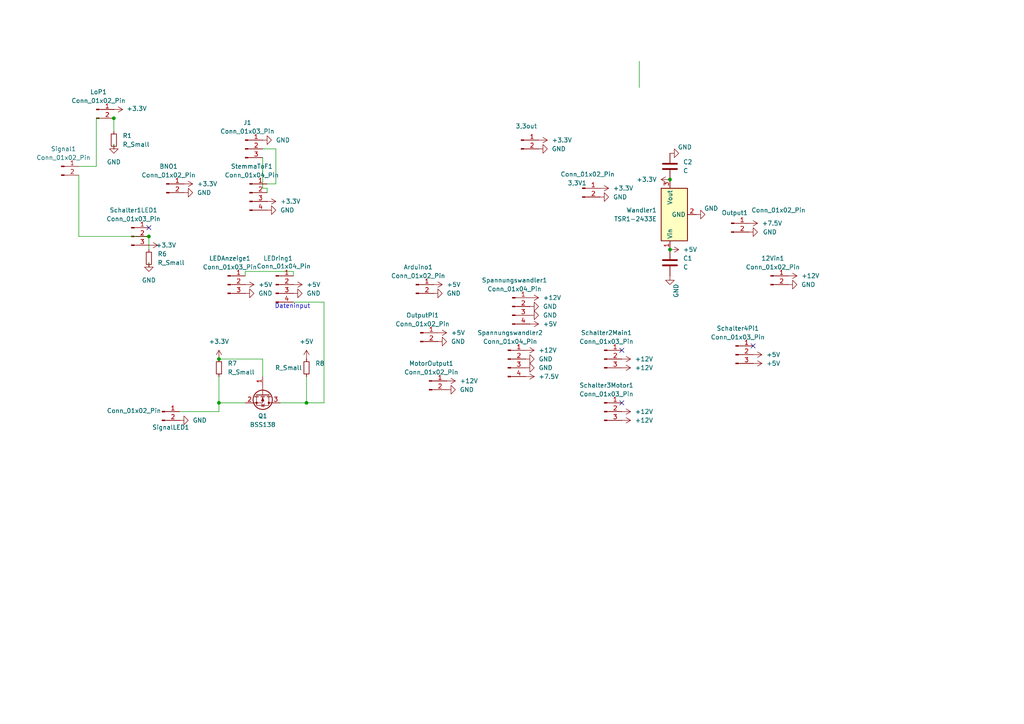
<source format=kicad_sch>
(kicad_sch (version 20231120) (generator "eeschema") (generator_version "8.0")
  (paper "A4")
  (lib_symbols
    (symbol "Connector:Conn_01x02_Pin" (pin_names (offset 1.016) hide)
      (property "Reference" "J" (at 0 2.54 0))
      (property "Value" "Conn_01x02_Pin" (at 0 -5.08 0))
      (symbol "Conn_01x02_Pin_1_1"
        (polyline (pts (xy 1.27 -2.54) (xy 0.8636 -2.54)) (stroke (width 0.1524)))
        (polyline (pts (xy 1.27 0) (xy 0.8636 0)) (stroke (width 0.1524)))
        (rectangle (start 0.8636 -2.413) (end 0 -2.667) (stroke (width 0.1524)) (fill (type outline)))
        (rectangle (start 0.8636 0.127) (end 0 -0.127) (stroke (width 0.1524)) (fill (type outline)))
        (pin passive line (at 5.08 0 180) (length 3.81) (name "Pin_1") (number "1"))
        (pin passive line (at 5.08 -2.54 180) (length 3.81) (name "Pin_2") (number "2"))
      )
    )
    (symbol "Connector:Conn_01x03_Pin" (pin_names (offset 1.016) hide)
      (property "Reference" "J" (at 0 5.08 0))
      (property "Value" "Conn_01x03_Pin" (at 0 -5.08 0))
      (symbol "Conn_01x03_Pin_1_1"
        (polyline (pts (xy 1.27 -2.54) (xy 0.8636 -2.54)) (stroke (width 0.1524)))
        (polyline (pts (xy 1.27 0) (xy 0.8636 0)) (stroke (width 0.1524)))
        (polyline (pts (xy 1.27 2.54) (xy 0.8636 2.54)) (stroke (width 0.1524)))
        (rectangle (start 0.8636 -2.413) (end 0 -2.667) (stroke (width 0.1524)) (fill (type outline)))
        (rectangle (start 0.8636 0.127) (end 0 -0.127) (stroke (width 0.1524)) (fill (type outline)))
        (rectangle (start 0.8636 2.667) (end 0 2.413) (stroke (width 0.1524)) (fill (type outline)))
        (pin passive line (at 5.08 2.54 180) (length 3.81) (name "Pin_1") (number "1"))
        (pin passive line (at 5.08 0 180) (length 3.81) (name "Pin_2") (number "2"))
        (pin passive line (at 5.08 -2.54 180) (length 3.81) (name "Pin_3") (number "3"))
      )
    )
    (symbol "Connector:Conn_01x04_Pin" (pin_names (offset 1.016) hide)
      (property "Reference" "J" (at 0 5.08 0))
      (property "Value" "Conn_01x04_Pin" (at 0 -7.62 0))
      (symbol "Conn_01x04_Pin_1_1"
        (polyline (pts (xy 1.27 -5.08) (xy 0.8636 -5.08)) (stroke (width 0.1524)))
        (polyline (pts (xy 1.27 -2.54) (xy 0.8636 -2.54)) (stroke (width 0.1524)))
        (polyline (pts (xy 1.27 0) (xy 0.8636 0)) (stroke (width 0.1524)))
        (polyline (pts (xy 1.27 2.54) (xy 0.8636 2.54)) (stroke (width 0.1524)))
        (rectangle (start 0.8636 -4.953) (end 0 -5.207) (stroke (width 0.1524)) (fill (type outline)))
        (rectangle (start 0.8636 -2.413) (end 0 -2.667) (stroke (width 0.1524)) (fill (type outline)))
        (rectangle (start 0.8636 0.127) (end 0 -0.127) (stroke (width 0.1524)) (fill (type outline)))
        (rectangle (start 0.8636 2.667) (end 0 2.413) (stroke (width 0.1524)) (fill (type outline)))
        (pin passive line (at 5.08 2.54 180) (length 3.81) (name "Pin_1") (number "1"))
        (pin passive line (at 5.08 0 180) (length 3.81) (name "Pin_2") (number "2"))
        (pin passive line (at 5.08 -2.54 180) (length 3.81) (name "Pin_3") (number "3"))
        (pin passive line (at 5.08 -5.08 180) (length 3.81) (name "Pin_4") (number "4"))
      )
    )
    (symbol "Device:C" (pin_numbers hide) (pin_names (offset 0.254))
      (property "Reference" "C" (at 0.635 2.54 0))
      (property "Value" "C" (at 0.635 -2.54 0))
      (symbol "C_0_1"
        (polyline (pts (xy -2.032 -0.762) (xy 2.032 -0.762)) (stroke (width 0.508)))
        (polyline (pts (xy -2.032 0.762) (xy 2.032 0.762)) (stroke (width 0.508)))
      )
      (symbol "C_1_1"
        (pin passive line (at 0 3.81 270) (length 2.794) (name "~") (number "1"))
        (pin passive line (at 0 -3.81 90) (length 2.794) (name "~") (number "2"))
      )
    )
    (symbol "Device:R_Small" (pin_numbers hide) (pin_names (offset 0.254) hide)
      (property "Reference" "R" (at 0.762 0.508 0))
      (property "Value" "R_Small" (at 0.762 -1.016 0))
      (symbol "R_Small_0_1"
        (rectangle (start -0.762 1.778) (end 0.762 -1.778) (stroke (width 0.2032)))
      )
      (symbol "R_Small_1_1"
        (pin passive line (at 0 2.54 270) (length 0.762) (name "~") (number "1"))
        (pin passive line (at 0 -2.54 90) (length 0.762) (name "~") (number "2"))
      )
    )
    (symbol "Regulator_Switching:TSR1-2433E"
      (property "Reference" "U" (at -7.62 6.35 0))
      (property "Value" "TSR1-2433E" (at -3.81 6.35 0))
      (symbol "TSR1-2433E_0_1"
        (rectangle (start -7.62 5.08) (end 7.62 -2.54) (stroke (width 0.254)) (fill (type background)))
      )
      (symbol "TSR1-2433E_1_1"
        (pin power_in line (at -10.16 2.54 0) (length 2.54) (name "Vin") (number "1"))
        (pin power_in line (at 0 -5.08 90) (length 2.54) (name "GND") (number "2"))
        (pin power_out line (at 10.16 2.54 180) (length 2.54) (name "Vout") (number "3"))
      )
    )
    (symbol "Transistor_FET:BSS138" (pin_names hide)
      (property "Reference" "Q" (at 5.08 1.905 0))
      (property "Value" "BSS138" (at 5.08 0 0))
      (symbol "BSS138_0_1"
        (polyline (pts (xy 0.254 0) (xy -2.54 0)))
        (polyline (pts (xy 0.254 1.905) (xy 0.254 -1.905)) (stroke (width 0.254)))
        (polyline (pts (xy 0.762 -1.27) (xy 0.762 -2.286)) (stroke (width 0.254)))
        (polyline (pts (xy 0.762 0.508) (xy 0.762 -0.508)) (stroke (width 0.254)))
        (polyline (pts (xy 0.762 2.286) (xy 0.762 1.27)) (stroke (width 0.254)))
        (polyline (pts (xy 2.54 2.54) (xy 2.54 1.778)))
        (polyline (pts (xy 2.54 -2.54) (xy 2.54 0) (xy 0.762 0)))
        (polyline (pts (xy 0.762 -1.778) (xy 3.302 -1.778) (xy 3.302 1.778) (xy 0.762 1.778)))
        (polyline (pts (xy 1.016 0) (xy 2.032 0.381) (xy 2.032 -0.381) (xy 1.016 0)) (fill (type outline)))
        (polyline (pts (xy 2.794 0.508) (xy 2.921 0.381) (xy 3.683 0.381) (xy 3.81 0.254)))
        (polyline (pts (xy 3.302 0.381) (xy 2.921 -0.254) (xy 3.683 -0.254) (xy 3.302 0.381)))
        (circle (center 1.651 0) (radius 2.794) (stroke (width 0.254)))
        (circle (center 2.54 -1.778) (radius 0.254) (fill (type outline)))
        (circle (center 2.54 1.778) (radius 0.254) (fill (type outline)))
      )
      (symbol "BSS138_1_1"
        (pin input line (at -5.08 0 0) (length 2.54) (name "G") (number "1"))
        (pin passive line (at 2.54 -5.08 90) (length 2.54) (name "S") (number "2"))
        (pin passive line (at 2.54 5.08 270) (length 2.54) (name "D") (number "3"))
      )
    )
    (symbol "power:+12V" (power) (pin_numbers hide) (pin_names (offset 0) hide)
      (property "Value" "+12V" (at 0 3.556 0))
      (symbol "+12V_0_1"
        (polyline (pts (xy -0.762 1.27) (xy 0 2.54)))
        (polyline (pts (xy 0 0) (xy 0 2.54)))
        (polyline (pts (xy 0 2.54) (xy 0.762 1.27)))
      )
      (symbol "+12V_1_1"
        (pin power_in line (at 0 0 90) (length 0) (name "~") (number "1"))
      )
    )
    (symbol "power:+3.3V" (power) (pin_numbers hide) (pin_names (offset 0) hide)
      (property "Value" "+3.3V" (at 0 3.556 0))
      (symbol "+3.3V_0_1"
        (polyline (pts (xy -0.762 1.27) (xy 0 2.54)))
        (polyline (pts (xy 0 0) (xy 0 2.54)))
        (polyline (pts (xy 0 2.54) (xy 0.762 1.27)))
      )
      (symbol "+3.3V_1_1"
        (pin power_in line (at 0 0 90) (length 0) (name "~") (number "1"))
      )
    )
    (symbol "power:+5V" (power) (pin_numbers hide) (pin_names (offset 0) hide)
      (property "Value" "+5V" (at 0 3.556 0))
      (symbol "+5V_0_1"
        (polyline (pts (xy -0.762 1.27) (xy 0 2.54)))
        (polyline (pts (xy 0 0) (xy 0 2.54)))
        (polyline (pts (xy 0 2.54) (xy 0.762 1.27)))
      )
      (symbol "+5V_1_1"
        (pin power_in line (at 0 0 90) (length 0) (name "~") (number "1"))
      )
    )
    (symbol "power:+7.5V" (power) (pin_numbers hide) (pin_names (offset 0) hide)
      (property "Value" "+7.5V" (at 0 3.556 0))
      (symbol "+7.5V_0_1"
        (polyline (pts (xy -0.762 1.27) (xy 0 2.54)))
        (polyline (pts (xy 0 0) (xy 0 2.54)))
        (polyline (pts (xy 0 2.54) (xy 0.762 1.27)))
      )
      (symbol "+7.5V_1_1"
        (pin power_in line (at 0 0 90) (length 0) (name "~") (number "1"))
      )
    )
    (symbol "power:GND" (power) (pin_numbers hide) (pin_names (offset 0) hide)
      (property "Value" "GND" (at 0 -3.81 0))
      (symbol "GND_0_1"
        (polyline (pts (xy 0 0) (xy 0 -1.27) (xy 1.27 -1.27) (xy 0 -2.54) (xy -1.27 -1.27) (xy 0 -1.27)))
      )
      (symbol "GND_1_1"
        (pin power_in line (at 0 0 270) (length 0) (name "~") (number "1"))
      )
    )
  )
  (junction (at 33.02 34.29))
  (junction (at 43.18 68.58))
  (junction (at 63.5 104.14))
  (junction (at 194.31 52.07))
  (junction (at 63.5 116.84))
  (junction (at 88.9 116.84))
  (junction (at 194.31 72.39))
  (no_connect (at 180.34 116.84))
  (no_connect (at 180.34 101.6))
  (no_connect (at 218.44 100.33))
  (no_connect (at 43.18 66.04))
  (wire (pts (xy 76.2 45.72) (xy 76.2 54.61)))
  (wire (pts (xy 77.47 53.34) (xy 80.01 53.34)))
  (wire (pts (xy 22.86 48.26) (xy 27.94 48.26)))
  (wire (pts (xy 27.94 34.29) (xy 33.02 34.29)))
  (wire (pts (xy 80.01 43.18) (xy 76.2 43.18)))
  (wire (pts (xy 93.98 116.84) (xy 93.98 87.63)))
  (wire (pts (xy 88.9 116.84) (xy 88.9 109.22)))
  (wire (pts (xy 43.18 77.47) (xy 43.18 76.2)))
  (wire (pts (xy 27.94 48.26) (xy 27.94 34.29)))
  (wire (pts (xy 76.2 104.14) (xy 63.5 104.14)))
  (wire (pts (xy 76.2 54.61) (xy 77.47 54.61)))
  (wire (pts (xy 80.01 53.34) (xy 80.01 43.18)))
  (wire (pts (xy 52.07 119.38) (xy 63.5 119.38)))
  (wire (pts (xy 71.12 80.01) (xy 71.12 78.74)))
  (wire (pts (xy 63.5 109.22) (xy 63.5 116.84)))
  (wire (pts (xy 81.28 116.84) (xy 88.9 116.84)))
  (wire (pts (xy 76.2 109.22) (xy 76.2 104.14)))
  (wire (pts (xy 43.18 68.58) (xy 43.18 72.39)))
  (wire (pts (xy 85.09 87.63) (xy 93.98 87.63)))
  (wire (pts (xy 33.02 34.29) (xy 33.02 38.1)))
  (wire (pts (xy 43.18 68.58) (xy 22.86 68.58)))
  (wire (pts (xy 63.5 116.84) (xy 71.12 116.84)))
  (wire (pts (xy 88.9 116.84) (xy 93.98 116.84)))
  (wire (pts (xy 85.09 78.74) (xy 85.09 80.01)))
  (wire (pts (xy 33.02 43.18) (xy 33.02 41.91)))
  (wire (pts (xy 185.42 17.78) (xy 185.42 25.4)))
  (wire (pts (xy 77.47 54.61) (xy 77.47 55.88)))
  (wire (pts (xy 22.86 68.58) (xy 22.86 50.8)))
  (wire (pts (xy 71.12 78.74) (xy 85.09 78.74)))
  (wire (pts (xy 63.5 119.38) (xy 63.5 116.84)))
  (text "Dateninput\n" (at 84.836 88.9 0) (effects (font (size 1.27 1.27))))
  (symbol (lib_id "power:GND") (at 201.93 62.23 90) (unit 1)
    (property "Reference" "#PWR021" (effects (hide yes)))
    (property "Value" "GND" (at 204.216 60.452 90) (effects (justify right)))
    (property "Description" "Power symbol creates a global label with name \"GND\" , ground" (effects (hide yes)))
  )
  (symbol (lib_id "Connector:Conn_01x02_Pin") (at 27.94 31.75 0) (unit 1)
    (property "Reference" "LoP1" (at 28.575 26.67 0))
    (property "Value" "Conn_01x02_Pin" (at 28.575 29.21 0))
    (property "Footprint" "Connector_JST:JST_PH_B2B-PH-K_1x02_P2.00mm_Vertical" (effects (hide yes)))
    (property "Description" "Generic connector, single row, 01x02, script generated" (effects (hide yes)))
  )
  (symbol (lib_id "Connector:Conn_01x03_Pin") (at 66.04 82.55 0) (unit 1)
    (property "Reference" "LEDAnzeige1" (at 66.675 74.93 0))
    (property "Value" "Conn_01x03_Pin" (at 66.675 77.47 0))
    (property "Footprint" "Connector_JST:JST_PH_B3B-PH-K_1x03_P2.00mm_Vertical" (effects (hide yes)))
    (property "Description" "Generic connector, single row, 01x03, script generated" (effects (hide yes)))
  )
  (symbol (lib_id "power:+12V") (at 180.34 106.68 270) (unit 1)
    (property "Reference" "#PWR040" (effects (hide yes)))
    (property "Value" "+12V" (at 184.15 106.6799 90) (effects (justify left)))
    (property "Description" "Power symbol creates a global label with name \"+12V\"" (effects (hide yes)))
  )
  (symbol (lib_id "Connector:Conn_01x03_Pin") (at 175.26 119.38 0) (unit 1)
    (property "Reference" "Schalter3Motor1" (at 175.895 111.76 0))
    (property "Value" "Conn_01x03_Pin" (at 175.895 114.3 0))
    (property "Footprint" "Schalter:SW_100SP1T1B1M1QEH" (effects (hide yes)))
    (property "Description" "Generic connector, single row, 01x03, script generated" (effects (hide yes)))
  )
  (symbol (lib_id "Device:R_Small") (at 33.02 40.64 0) (unit 1)
    (property "Reference" "R1" (at 35.56 39.3699 0) (effects (justify left)))
    (property "Value" "R_Small" (at 35.56 41.9099 0) (effects (justify left)))
    (property "Footprint" "Resistor_SMD:R_0805_2012Metric_Pad1.20x1.40mm_HandSolder" (effects (hide yes)))
    (property "Description" "Resistor, small symbol" (effects (hide yes)))
  )
  (symbol (lib_id "Connector:Conn_01x02_Pin") (at 17.78 48.26 0) (unit 1)
    (property "Reference" "Signal1" (at 18.415 43.18 0))
    (property "Value" "Conn_01x02_Pin" (at 18.415 45.72 0))
    (property "Footprint" "Connector_JST:JST_PH_B2B-PH-K_1x02_P2.00mm_Vertical" (effects (hide yes)))
    (property "Description" "Generic connector, single row, 01x02, script generated" (effects (hide yes)))
  )
  (symbol (lib_id "Connector:Conn_01x02_Pin") (at 120.65 82.55 0) (unit 1)
    (property "Reference" "Arduino1" (at 121.285 77.47 0))
    (property "Value" "Conn_01x02_Pin" (at 121.285 80.01 0))
    (property "Footprint" "Connector_Molex:Molex_Micro-Fit_3.0_43650-0215_1x02_P3.00mm_Vertical" (effects (hide yes)))
    (property "Description" "Generic connector, single row, 01x02, script generated" (effects (hide yes)))
  )
  (symbol (lib_id "power:+7.5V") (at 217.17 64.77 270) (unit 1)
    (property "Reference" "#PWR023" (effects (hide yes)))
    (property "Value" "+7.5V" (at 220.98 64.7699 90) (effects (justify left)))
    (property "Description" "Power symbol creates a global label with name \"+7.5V\"" (effects (hide yes)))
  )
  (symbol (lib_id "power:+5V") (at 153.67 93.98 270) (unit 1)
    (property "Reference" "#PWR047" (effects (hide yes)))
    (property "Value" "+5V" (at 157.48 93.9799 90) (effects (justify left)))
    (property "Description" "Power symbol creates a global label with name \"+5V\"" (effects (hide yes)))
  )
  (symbol (lib_id "Connector:Conn_01x02_Pin") (at 168.91 54.61 0) (unit 1)
    (property "Reference" "3,3V1" (at 167.386 53.086 0))
    (property "Value" "Conn_01x02_Pin" (at 170.434 50.546 0))
    (property "Footprint" "Connector_JST:JST_PH_B2B-PH-K_1x02_P2.00mm_Vertical" (effects (hide yes)))
    (property "Description" "Generic connector, single row, 01x02, script generated" (effects (hide yes)))
  )
  (symbol (lib_id "power:+5V") (at 218.44 105.41 270) (unit 1)
    (property "Reference" "#PWR051" (effects (hide yes)))
    (property "Value" "+5V" (at 222.25 105.4099 90) (effects (justify left)))
    (property "Description" "Power symbol creates a global label with name \"+5V\"" (effects (hide yes)))
  )
  (symbol (lib_id "Device:C") (at 194.31 76.2 0) (unit 1)
    (property "Reference" "C1" (at 198.12 74.9299 0) (effects (justify left)))
    (property "Value" "C" (at 198.12 77.4699 0) (effects (justify left)))
    (property "Footprint" "Capacitor_SMD:C_0805_2012Metric_Pad1.18x1.45mm_HandSolder" (effects (hide yes)))
    (property "Description" "Unpolarized capacitor" (effects (hide yes)))
  )
  (symbol (lib_id "Connector:Conn_01x04_Pin") (at 80.01 82.55 0) (unit 1)
    (property "Reference" "LEDring1" (at 80.645 74.93 0))
    (property "Value" "Conn_01x04_Pin" (at 82.296 77.216 0))
    (property "Footprint" "Connector_JST:JST_PH_B4B-PH-K_1x04_P2.00mm_Vertical" (effects (hide yes)))
    (property "Description" "Generic connector, single row, 01x04, script generated" (effects (hide yes)))
  )
  (symbol (lib_id "Connector:Conn_01x03_Pin") (at 213.36 102.87 0) (unit 1)
    (property "Reference" "Schalter4Pi1" (at 213.995 95.25 0))
    (property "Value" "Conn_01x03_Pin" (at 213.995 97.79 0))
    (property "Footprint" "Schalter:SW_100SP1T1B1M1QEH" (effects (hide yes)))
    (property "Description" "Generic connector, single row, 01x03, script generated" (effects (hide yes)))
  )
  (symbol (lib_id "power:GND") (at 33.02 41.91 0) (unit 1)
    (property "Reference" "#PWR012" (effects (hide yes)))
    (property "Value" "GND" (at 33.02 46.99 0))
    (property "Description" "Power symbol creates a global label with name \"GND\" , ground" (effects (hide yes)))
  )
  (symbol (lib_id "power:+12V") (at 129.54 110.49 270) (unit 1)
    (property "Reference" "#PWR059" (effects (hide yes)))
    (property "Value" "+12V" (at 133.35 110.4899 90) (effects (justify left)))
    (property "Description" "Power symbol creates a global label with name \"+12V\"" (effects (hide yes)))
  )
  (symbol (lib_id "power:GND") (at 153.67 88.9 90) (unit 1)
    (property "Reference" "#PWR045" (effects (hide yes)))
    (property "Value" "GND" (at 157.48 88.8999 90) (effects (justify right)))
    (property "Description" "Power symbol creates a global label with name \"GND\" , ground" (effects (hide yes)))
  )
  (symbol (lib_id "Connector:Conn_01x04_Pin") (at 148.59 88.9 0) (unit 1)
    (property "Reference" "Spannungswandler1" (at 149.225 81.28 0))
    (property "Value" "Conn_01x04_Pin" (at 149.225 83.82 0))
    (property "Footprint" "Connector_PinSocket_2.54mm:PinSocket_1x04_P2.54mm_Vertical" (effects (hide yes)))
    (property "Description" "Generic connector, single row, 01x04, script generated" (effects (hide yes)))
  )
  (symbol (lib_id "power:+12V") (at 152.4 101.6 270) (unit 1)
    (property "Reference" "#PWR039" (effects (hide yes)))
    (property "Value" "+12V" (at 156.21 101.5999 90) (effects (justify left)))
    (property "Description" "Power symbol creates a global label with name \"+12V\"" (effects (hide yes)))
  )
  (symbol (lib_id "power:+5V") (at 194.31 72.39 270) (unit 1)
    (property "Reference" "#PWR018" (effects (hide yes)))
    (property "Value" "+5V" (at 198.12 72.3899 90) (effects (justify left)))
    (property "Description" "Power symbol creates a global label with name \"+5V\"" (effects (hide yes)))
  )
  (symbol (lib_id "power:GND") (at 217.17 67.31 90) (unit 1)
    (property "Reference" "#PWR019" (effects (hide yes)))
    (property "Value" "GND" (at 221.234 67.31 90) (effects (justify right)))
    (property "Description" "Power symbol creates a global label with name \"GND\" , ground" (effects (hide yes)))
  )
  (symbol (lib_id "power:+3.3V") (at 63.5 104.14 0) (unit 1)
    (property "Reference" "#PWR020" (effects (hide yes)))
    (property "Value" "+3.3V" (at 63.5 99.06 0))
    (property "Description" "Power symbol creates a global label with name \"+3.3V\"" (effects (hide yes)))
  )
  (symbol (lib_id "power:+12V") (at 153.67 86.36 270) (unit 1)
    (property "Reference" "#PWR044" (effects (hide yes)))
    (property "Value" "+12V" (at 157.48 86.3599 90) (effects (justify left)))
    (property "Description" "Power symbol creates a global label with name \"+12V\"" (effects (hide yes)))
  )
  (symbol (lib_id "power:GND") (at 71.12 85.09 90) (unit 1)
    (property "Reference" "#PWR04" (effects (hide yes)))
    (property "Value" "GND" (at 74.93 85.0899 90) (effects (justify right)))
    (property "Description" "Power symbol creates a global label with name \"GND\" , ground" (effects (hide yes)))
  )
  (symbol (lib_id "Connector:Conn_01x02_Pin") (at 212.09 64.77 0) (unit 1)
    (property "Reference" "Output1" (at 213.106 61.722 0))
    (property "Value" "Conn_01x02_Pin" (at 225.806 60.96 0))
    (property "Footprint" "Connector_Molex:Molex_Micro-Fit_3.0_43650-0215_1x02_P3.00mm_Vertical" (effects (hide yes)))
    (property "Description" "Generic connector, single row, 01x02, script generated" (effects (hide yes)))
  )
  (symbol (lib_id "power:GND") (at 53.34 55.88 90) (unit 1)
    (property "Reference" "#PWR02" (effects (hide yes)))
    (property "Value" "GND" (at 57.15 55.8799 90) (effects (justify right)))
    (property "Description" "Power symbol creates a global label with name \"GND\" , ground" (effects (hide yes)))
  )
  (symbol (lib_id "power:+3.3V") (at 53.34 53.34 270) (unit 1)
    (property "Reference" "#PWR01" (effects (hide yes)))
    (property "Value" "+3.3V" (at 57.15 53.3399 90) (effects (justify left)))
    (property "Description" "Power symbol creates a global label with name \"+3.3V\"" (effects (hide yes)))
  )
  (symbol (lib_id "power:GND") (at 153.67 91.44 90) (unit 1)
    (property "Reference" "#PWR046" (effects (hide yes)))
    (property "Value" "GND" (at 157.48 91.4399 90) (effects (justify right)))
    (property "Description" "Power symbol creates a global label with name \"GND\" , ground" (effects (hide yes)))
  )
  (symbol (lib_id "power:GND") (at 43.18 76.2 0) (unit 1)
    (property "Reference" "#PWR035" (effects (hide yes)))
    (property "Value" "GND" (at 43.18 81.28 0))
    (property "Description" "Power symbol creates a global label with name \"GND\" , ground" (effects (hide yes)))
  )
  (symbol (lib_id "Connector:Conn_01x02_Pin") (at 48.26 53.34 0) (unit 1)
    (property "Reference" "BNO1" (at 48.895 48.26 0))
    (property "Value" "Conn_01x02_Pin" (at 48.895 50.8 0))
    (property "Footprint" "Connector_JST:JST_PH_B2B-PH-K_1x02_P2.00mm_Vertical" (effects (hide yes)))
    (property "Description" "Generic connector, single row, 01x02, script generated" (effects (hide yes)))
  )
  (symbol (lib_id "power:GND") (at 52.07 121.92 90) (unit 1)
    (property "Reference" "#PWR036" (effects (hide yes)))
    (property "Value" "GND" (at 55.88 121.9199 90) (effects (justify right)))
    (property "Description" "Power symbol creates a global label with name \"GND\" , ground" (effects (hide yes)))
  )
  (symbol (lib_id "Device:R_Small") (at 88.9 106.68 0) (unit 1)
    (property "Reference" "R8" (at 91.44 105.4099 0) (effects (justify left)))
    (property "Value" "R_Small" (at 79.756 106.68 0) (effects (justify left)))
    (property "Footprint" "Resistor_SMD:R_0805_2012Metric_Pad1.20x1.40mm_HandSolder" (effects (hide yes)))
    (property "Description" "Resistor, small symbol" (effects (hide yes)))
  )
  (symbol (lib_id "power:GND") (at 125.73 85.09 90) (unit 1)
    (property "Reference" "#PWR016" (effects (hide yes)))
    (property "Value" "GND" (at 129.54 85.0899 90) (effects (justify right)))
    (property "Description" "Power symbol creates a global label with name \"GND\" , ground" (effects (hide yes)))
  )
  (symbol (lib_id "power:GND") (at 127 99.06 90) (unit 1)
    (property "Reference" "#PWR058" (effects (hide yes)))
    (property "Value" "GND" (at 130.81 99.0599 90) (effects (justify right)))
    (property "Description" "Power symbol creates a global label with name \"GND\" , ground" (effects (hide yes)))
  )
  (symbol (lib_id "Connector:Conn_01x02_Pin") (at 121.92 96.52 0) (unit 1)
    (property "Reference" "OutputPi1" (at 122.555 91.44 0))
    (property "Value" "Conn_01x02_Pin" (at 122.555 93.98 0))
    (property "Footprint" "Connector_Molex:Molex_Micro-Fit_3.0_43650-0215_1x02_P3.00mm_Vertical" (effects (hide yes)))
    (property "Description" "Generic connector, single row, 01x02, script generated" (effects (hide yes)))
  )
  (symbol (lib_id "power:+5V") (at 125.73 82.55 270) (unit 1)
    (property "Reference" "#PWR015" (effects (hide yes)))
    (property "Value" "+5V" (at 129.54 82.5499 90) (effects (justify left)))
    (property "Description" "Power symbol creates a global label with name \"+5V\"" (effects (hide yes)))
  )
  (symbol (lib_id "power:GND") (at 76.2 40.64 90) (unit 1)
    (property "Reference" "#PWR07" (effects (hide yes)))
    (property "Value" "GND" (at 80.01 40.6399 90) (effects (justify right)))
    (property "Description" "Power symbol creates a global label with name \"GND\" , ground" (effects (hide yes)))
  )
  (symbol (lib_id "power:+5V") (at 85.09 82.55 270) (unit 1)
    (property "Reference" "#PWR05" (effects (hide yes)))
    (property "Value" "+5V" (at 88.9 82.5499 90) (effects (justify left)))
    (property "Description" "Power symbol creates a global label with name \"+5V\"" (effects (hide yes)))
  )
  (symbol (lib_id "power:+5V") (at 71.12 82.55 270) (unit 1)
    (property "Reference" "#PWR03" (effects (hide yes)))
    (property "Value" "+5V" (at 74.93 82.5499 90) (effects (justify left)))
    (property "Description" "Power symbol creates a global label with name \"+5V\"" (effects (hide yes)))
  )
  (symbol (lib_id "Connector:Conn_01x03_Pin") (at 175.26 104.14 0) (unit 1)
    (property "Reference" "Schalter2Main1" (at 175.895 96.52 0))
    (property "Value" "Conn_01x03_Pin" (at 175.895 99.06 0))
    (property "Footprint" "Schalter:SW_100SP1T1B1M1QEH" (effects (hide yes)))
    (property "Description" "Generic connector, single row, 01x03, script generated" (effects (hide yes)))
  )
  (symbol (lib_id "Device:R_Small") (at 43.18 74.93 0) (unit 1)
    (property "Reference" "R6" (at 45.72 73.6599 0) (effects (justify left)))
    (property "Value" "R_Small" (at 45.72 76.1999 0) (effects (justify left)))
    (property "Footprint" "Resistor_SMD:R_0805_2012Metric_Pad1.20x1.40mm_HandSolder" (effects (hide yes)))
    (property "Description" "Resistor, small symbol" (effects (hide yes)))
  )
  (symbol (lib_id "power:+5V") (at 127 96.52 270) (unit 1)
    (property "Reference" "#PWR057" (effects (hide yes)))
    (property "Value" "+5V" (at 130.81 96.5199 90) (effects (justify left)))
    (property "Description" "Power symbol creates a global label with name \"+5V\"" (effects (hide yes)))
  )
  (symbol (lib_id "power:+12V") (at 228.6 80.01 270) (unit 1)
    (property "Reference" "#PWR037" (effects (hide yes)))
    (property "Value" "+12V" (at 232.41 80.0099 90) (effects (justify left)))
    (property "Description" "Power symbol creates a global label with name \"+12V\"" (effects (hide yes)))
  )
  (symbol (lib_id "power:+7.5V") (at 152.4 109.22 270) (unit 1)
    (property "Reference" "#PWR043" (effects (hide yes)))
    (property "Value" "+7.5V" (at 156.21 109.2199 90) (effects (justify left)))
    (property "Description" "Power symbol creates a global label with name \"+7.5V\"" (effects (hide yes)))
  )
  (symbol (lib_id "power:GND") (at 129.54 113.03 90) (unit 1)
    (property "Reference" "#PWR060" (effects (hide yes)))
    (property "Value" "GND" (at 133.35 113.0299 90) (effects (justify right)))
    (property "Description" "Power symbol creates a global label with name \"GND\" , ground" (effects (hide yes)))
  )
  (symbol (lib_id "power:+3.3V") (at 156.21 40.64 270) (unit 1)
    (property "Reference" "#PWR025" (effects (hide yes)))
    (property "Value" "+3.3V" (at 160.02 40.6399 90) (effects (justify left)))
    (property "Description" "Power symbol creates a global label with name \"+3.3V\"" (effects (hide yes)))
  )
  (symbol (lib_id "power:+5V") (at 218.44 102.87 270) (unit 1)
    (property "Reference" "#PWR052" (effects (hide yes)))
    (property "Value" "+5V" (at 222.25 102.8699 90) (effects (justify left)))
    (property "Description" "Power symbol creates a global label with name \"+5V\"" (effects (hide yes)))
  )
  (symbol (lib_id "power:+12V") (at 180.34 121.92 270) (unit 1)
    (property "Reference" "#PWR061" (effects (hide yes)))
    (property "Value" "+12V" (at 184.15 121.9199 90) (effects (justify left)))
    (property "Description" "Power symbol creates a global label with name \"+12V\"" (effects (hide yes)))
  )
  (symbol (lib_id "Device:C") (at 194.31 48.26 0) (unit 1)
    (property "Reference" "C2" (at 198.12 46.9899 0) (effects (justify left)))
    (property "Value" "C" (at 198.12 49.5299 0) (effects (justify left)))
    (property "Footprint" "Capacitor_SMD:C_0805_2012Metric_Pad1.18x1.45mm_HandSolder" (effects (hide yes)))
    (property "Description" "Unpolarized capacitor" (effects (hide yes)))
  )
  (symbol (lib_id "Connector:Conn_01x02_Pin") (at 151.13 40.64 0) (unit 1)
    (property "Reference" "3,3V2" (effects (hide yes)))
    (property "Value" "3,3out" (at 152.654 36.576 0))
    (property "Footprint" "Connector_JST:JST_PH_B2B-PH-K_1x02_P2.00mm_Vertical" (effects (hide yes)))
    (property "Description" "Generic connector, single row, 01x02, script generated" (effects (hide yes)))
  )
  (symbol (lib_id "Connector:Conn_01x04_Pin") (at 72.39 55.88 0) (unit 1)
    (property "Reference" "StemmaToF1" (at 73.025 48.26 0))
    (property "Value" "Conn_01x04_Pin" (at 73.025 50.8 0))
    (property "Footprint" "Connector_JST:JST_PH_B4B-PH-K_1x04_P2.00mm_Vertical" (effects (hide yes)))
    (property "Description" "Generic connector, single row, 01x04, script generated" (effects (hide yes)))
  )
  (symbol (lib_id "power:+12V") (at 180.34 104.14 270) (unit 1)
    (property "Reference" "#PWR048" (effects (hide yes)))
    (property "Value" "+12V" (at 184.15 104.1399 90) (effects (justify left)))
    (property "Description" "Power symbol creates a global label with name \"+12V\"" (effects (hide yes)))
  )
  (symbol (lib_id "power:GND") (at 228.6 82.55 90) (unit 1)
    (property "Reference" "#PWR038" (effects (hide yes)))
    (property "Value" "GND" (at 232.41 82.5499 90) (effects (justify right)))
    (property "Description" "Power symbol creates a global label with name \"GND\" , ground" (effects (hide yes)))
  )
  (symbol (lib_id "power:+3.3V") (at 173.99 54.61 270) (unit 1)
    (property "Reference" "#PWR013" (effects (hide yes)))
    (property "Value" "+3.3V" (at 177.8 54.6099 90) (effects (justify left)))
    (property "Description" "Power symbol creates a global label with name \"+3.3V\"" (effects (hide yes)))
  )
  (symbol (lib_id "power:+12V") (at 180.34 119.38 270) (unit 1)
    (property "Reference" "#PWR062" (effects (hide yes)))
    (property "Value" "+12V" (at 184.15 119.3799 90) (effects (justify left)))
    (property "Description" "Power symbol creates a global label with name \"+12V\"" (effects (hide yes)))
  )
  (symbol (lib_id "power:GND") (at 156.21 43.18 90) (unit 1)
    (property "Reference" "#PWR026" (effects (hide yes)))
    (property "Value" "GND" (at 160.02 43.1799 90) (effects (justify right)))
    (property "Description" "Power symbol creates a global label with name \"GND\" , ground" (effects (hide yes)))
  )
  (symbol (lib_id "Device:R_Small") (at 63.5 106.68 0) (unit 1)
    (property "Reference" "R7" (at 66.04 105.4099 0) (effects (justify left)))
    (property "Value" "R_Small" (at 66.04 107.9499 0) (effects (justify left)))
    (property "Footprint" "Resistor_SMD:R_0805_2012Metric_Pad1.20x1.40mm_HandSolder" (effects (hide yes)))
    (property "Description" "Resistor, small symbol" (effects (hide yes)))
  )
  (symbol (lib_id "Connector:Conn_01x03_Pin") (at 71.12 43.18 0) (unit 1)
    (property "Reference" "J1" (at 71.755 35.56 0))
    (property "Value" "Conn_01x03_Pin" (at 71.755 38.1 0))
    (property "Footprint" "Connector_JST:JST_PH_B3B-PH-K_1x03_P2.00mm_Vertical" (effects (hide yes)))
    (property "Description" "Generic connector, single row, 01x03, script generated" (effects (hide yes)))
  )
  (symbol (lib_id "Regulator_Switching:TSR1-2433E") (at 196.85 62.23 90) (unit 1)
    (property "Reference" "Wandler1" (at 190.5 60.9599 90) (effects (justify left)))
    (property "Value" "TSR1-2433E" (at 190.5 63.4999 90) (effects (justify left)))
    (property "Footprint" "Converter_DCDC:Converter_DCDC_TRACO_TSR1-xxxxE_THT" (effects (hide yes)))
    (property "Datasheet" "https://www.tracopower.com/products/tsr1e.pdf" (effects (hide yes)))
    (property "Description" "1A step-down regulator, fixed 3.3V output voltage, 6-36V input voltage, TO-220 compatible LM78xx replacement" (effects (hide yes)))
  )
  (symbol (lib_id "power:GND") (at 152.4 104.14 90) (unit 1)
    (property "Reference" "#PWR041" (effects (hide yes)))
    (property "Value" "GND" (at 156.21 104.1399 90) (effects (justify right)))
    (property "Description" "Power symbol creates a global label with name \"GND\" , ground" (effects (hide yes)))
  )
  (symbol (lib_id "Connector:Conn_01x03_Pin") (at 38.1 68.58 0) (unit 1)
    (property "Reference" "Schalter1LED1" (at 38.735 60.96 0))
    (property "Value" "Conn_01x03_Pin" (at 38.735 63.5 0))
    (property "Footprint" "Schalter:SW_100SP1T1B1M1QEH" (effects (hide yes)))
    (property "Description" "Generic connector, single row, 01x03, script generated" (effects (hide yes)))
  )
  (symbol (lib_id "power:GND") (at 77.47 60.96 90) (unit 1)
    (property "Reference" "#PWR09" (effects (hide yes)))
    (property "Value" "GND" (at 81.28 60.9599 90) (effects (justify right)))
    (property "Description" "Power symbol creates a global label with name \"GND\" , ground" (effects (hide yes)))
  )
  (symbol (lib_id "Connector:Conn_01x02_Pin") (at 223.52 80.01 0) (unit 1)
    (property "Reference" "12Vin1" (at 224.155 74.93 0))
    (property "Value" "Conn_01x02_Pin" (at 224.155 77.47 0))
    (property "Footprint" "100SP1T1B1M1QEH:CONN_31330102_MZC" (effects (hide yes)))
    (property "Description" "Generic connector, single row, 01x02, script generated" (effects (hide yes)))
  )
  (symbol (lib_id "power:+3.3V") (at 77.47 58.42 270) (unit 1)
    (property "Reference" "#PWR010" (effects (hide yes)))
    (property "Value" "+3.3V" (at 81.28 58.4199 90) (effects (justify left)))
    (property "Description" "Power symbol creates a global label with name \"+3.3V\"" (effects (hide yes)))
  )
  (symbol (lib_id "power:GND") (at 152.4 106.68 90) (unit 1)
    (property "Reference" "#PWR042" (effects (hide yes)))
    (property "Value" "GND" (at 156.21 106.6799 90) (effects (justify right)))
    (property "Description" "Power symbol creates a global label with name \"GND\" , ground" (effects (hide yes)))
  )
  (symbol (lib_id "power:GND") (at 173.99 57.15 90) (unit 1)
    (property "Reference" "#PWR014" (effects (hide yes)))
    (property "Value" "GND" (at 177.8 57.1499 90) (effects (justify right)))
    (property "Description" "Power symbol creates a global label with name \"GND\" , ground" (effects (hide yes)))
  )
  (symbol (lib_id "power:GND") (at 194.31 44.45 90) (unit 1)
    (property "Reference" "#PWR08" (effects (hide yes)))
    (property "Value" "GND" (at 196.596 42.672 90) (effects (justify right)))
    (property "Description" "Power symbol creates a global label with name \"GND\" , ground" (effects (hide yes)))
  )
  (symbol (lib_id "Transistor_FET:BSS138") (at 76.2 114.3 270) (unit 1)
    (property "Reference" "Q1" (at 76.2 120.65 90))
    (property "Value" "BSS138" (at 76.2 123.19 90))
    (property "Footprint" "Package_TO_SOT_SMD:SOT-23" (effects (hide yes)))
    (property "Datasheet" "https://www.onsemi.com/pub/Collateral/BSS138-D.PDF" (effects (hide yes)))
    (property "Description" "50V Vds, 0.22A Id, N-Channel MOSFET, SOT-23" (effects (hide yes)))
  )
  (symbol (lib_id "power:+3.3V") (at 43.18 71.12 270) (unit 1)
    (property "Reference" "#PWR024" (effects (hide yes)))
    (property "Value" "+3.3V" (at 45.212 71.12 90) (effects (justify left)))
    (property "Description" "Power symbol creates a global label with name \"+3.3V\"" (effects (hide yes)))
  )
  (symbol (lib_id "power:GND") (at 194.31 80.01 0) (unit 1)
    (property "Reference" "#PWR027" (effects (hide yes)))
    (property "Value" "GND" (at 196.088 82.296 90) (effects (justify right)))
    (property "Description" "Power symbol creates a global label with name \"GND\" , ground" (effects (hide yes)))
  )
  (symbol (lib_id "power:+3.3V") (at 194.31 52.07 90) (unit 1)
    (property "Reference" "#PWR017" (effects (hide yes)))
    (property "Value" "+3.3V" (at 190.5 52.0699 90) (effects (justify left)))
    (property "Description" "Power symbol creates a global label with name \"+3.3V\"" (effects (hide yes)))
  )
  (symbol (lib_id "power:+3.3V") (at 33.02 31.75 270) (unit 1)
    (property "Reference" "#PWR011" (effects (hide yes)))
    (property "Value" "+3.3V" (at 36.703 31.4959 90) (effects (justify left)))
    (property "Description" "Power symbol creates a global label with name \"+3.3V\"" (effects (hide yes)))
  )
  (symbol (lib_id "Connector:Conn_01x04_Pin") (at 147.32 104.14 0) (unit 1)
    (property "Reference" "Spannungswandler2" (at 147.955 96.52 0))
    (property "Value" "Conn_01x04_Pin" (at 147.955 99.06 0))
    (property "Footprint" "Connector_PinSocket_2.54mm:PinSocket_1x04_P2.54mm_Vertical" (effects (hide yes)))
    (property "Description" "Generic connector, single row, 01x04, script generated" (effects (hide yes)))
  )
  (symbol (lib_id "Connector:Conn_01x02_Pin") (at 46.99 119.38 0) (unit 1)
    (property "Reference" "SignalLED1" (at 49.53 123.952 0))
    (property "Value" "Conn_01x02_Pin" (at 38.862 119.126 0))
    (property "Footprint" "Connector_JST:JST_PH_B2B-PH-K_1x02_P2.00mm_Vertical" (effects (hide yes)))
    (property "Description" "Generic connector, single row, 01x02, script generated" (effects (hide yes)))
  )
  (symbol (lib_id "power:+5V") (at 88.9 104.14 0) (unit 1)
    (property "Reference" "#PWR022" (effects (hide yes)))
    (property "Value" "+5V" (at 88.9 99.06 0))
    (property "Description" "Power symbol creates a global label with name \"+5V\"" (effects (hide yes)))
  )
  (symbol (lib_id "power:GND") (at 85.09 85.09 90) (unit 1)
    (property "Reference" "#PWR06" (effects (hide yes)))
    (property "Value" "GND" (at 88.9 85.0899 90) (effects (justify right)))
    (property "Description" "Power symbol creates a global label with name \"GND\" , ground" (effects (hide yes)))
  )
  (symbol (lib_id "Connector:Conn_01x02_Pin") (at 124.46 110.49 0) (unit 1)
    (property "Reference" "MotorOutput1" (at 125.095 105.41 0))
    (property "Value" "Conn_01x02_Pin" (at 125.095 107.95 0))
    (property "Footprint" "Connector_Molex:Molex_Micro-Fit_3.0_43650-0215_1x02_P3.00mm_Vertical" (effects (hide yes)))
    (property "Description" "Generic connector, single row, 01x02, script generated" (effects (hide yes)))
  )
)
</source>
